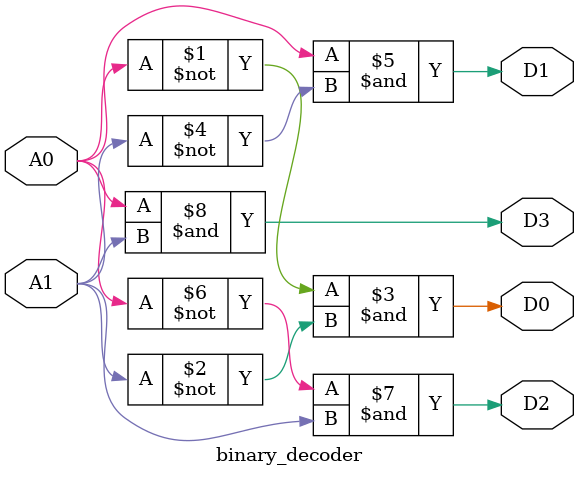
<source format=v>
module binary_decoder
	(
	input wire A0, A1,
	output wire D0, D1, D2, D3
	);
	
	assign D0 = ~A0 & ~A1;
	assign D1 = A0 & ~A1;
	assign D2 = ~A0 & A1;
	assign D3 = A0 & A1;

endmodule
	
	
</source>
